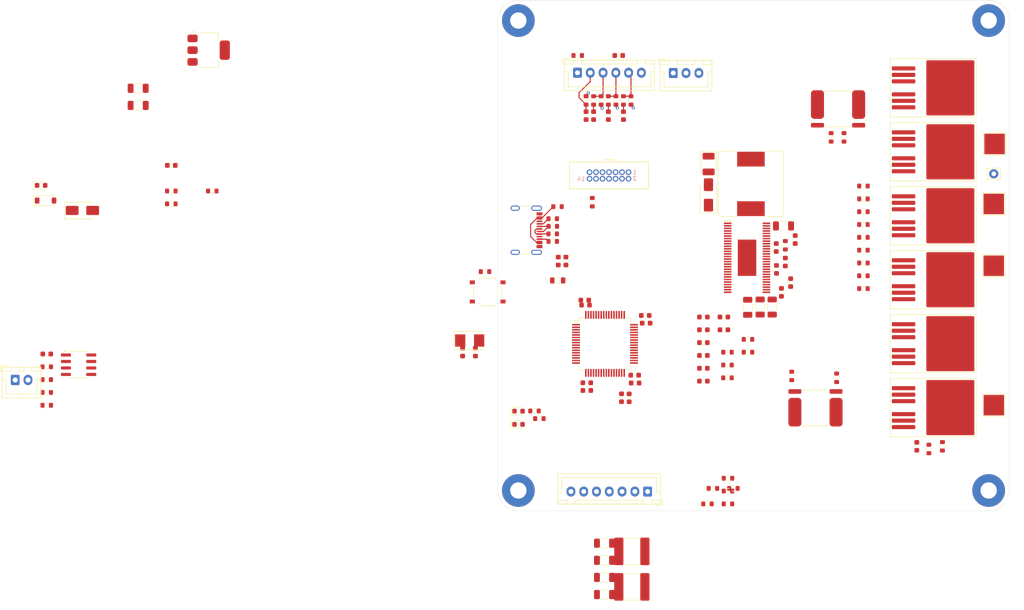
<source format=kicad_pcb>
(kicad_pcb (version 20240108) (generator "pcbnew") (generator_version "8.0")
  (layers (0 "F.Cu" signal) (1 "In1.Cu" signal) (2 "In2.Cu" signal) (31 "B.Cu" signal) (34 "B.Paste" user) (35 "F.Paste" user) (36 "B.SilkS" user "B.Silkscreen") (37 "F.SilkS" user "F.Silkscreen") (38 "B.Mask" user) (39 "F.Mask" user) (44 "Edge.Cuts" user))
  (net 0 "")
  (net 1 "/MCU/OSC_IN")
  (net 2 "GND")
  (net 3 "/MCU/OSC_OUT")
  (net 4 "+3V3")
  (net 5 "Net-(U1-VCAP_1)")
  (net 6 "Net-(U1-VCAP_2)")
  (net 7 "/MCU/3V3_REF")
  (net 8 "/MCU/AN_IN")
  (net 9 "/Filters/TEMP_IN")
  (net 10 "/Filters/HALL3_OUT")
  (net 11 "/Filters/HALL2_OUT")
  (net 12 "/Filters/HALL1_OUT")
  (net 13 "/MCU/ADC_TEMP")
  (net 14 "/MCU/SERVO")
  (net 18 "Net-(C25-Pad2)")
  (net 19 "Net-(C27-Pad2)")
  (net 21 "Vsupply")
  (net 22 "+5V")
  (net 23 "Net-(C39-Pad2)")
  (net 25 "/MOSFETdriver/H1_VS")
  (net 28 "/MOSFETdriver/H2_VS")
  (net 30 "/MOSFETdriver/H3_VS")
  (net 31 "Net-(C44-Pad2)")
  (net 32 "Net-(C44-Pad1)")
  (net 33 "Net-(C45-Pad1)")
  (net 34 "Net-(C45-Pad2)")
  (net 35 "V_SUPPLY")
  (net 36 "Net-(D1-A)")
  (net 37 "Net-(D2-A)")
  (net 38 "Net-(D3-A)")
  (net 39 "Net-(R28-Pad2)")
  (net 40 "/MCU/H3")
  (net 41 "/MCU/L1")
  (net 42 "/MOSFETdriver/M_H1")
  (net 43 "/MOSFETdriver/H3_LOW")
  (net 44 "/MOSFETdriver/M_L1")
  (net 45 "/MCU/BR_SO2")
  (net 47 "/MCU/BR_SO1")
  (net 48 "/MOSFETdriver/M_H2")
  (net 49 "/MCU/L2")
  (net 51 "/MCU/DC_CAL")
  (net 52 "/MCU/EN_GATE")
  (net 53 "/MCU/H1")
  (net 54 "/MCU/FAULT")
  (net 55 "/MCU/L3")
  (net 56 "/MOSFETdriver/H1_LOW")
  (net 57 "/MOSFETdriver/M_L3")
  (net 58 "/MOSFETdriver/M_L2")
  (net 59 "/MOSFETdriver/M_H3")
  (net 60 "/MCU/H2")
  (net 63 "/MCU/SWDIO")
  (net 65 "/MCU/NRST")
  (net 66 "/MCU/GNDDetect")
  (net 68 "/MCU/T_VCP_RX")
  (net 71 "/MCU/SWCLK")
  (net 72 "/MCU/T_VCP_TX")
  (net 73 "Net-(J2-VBUS-PadA4)")
  (net 76 "Net-(J2-CC1)")
  (net 77 "/USB_D-")
  (net 78 "/USB_D+")
  (net 83 "Net-(J2-CC2)")
  (net 84 "/CAN/CANH")
  (net 85 "/CAN/CANL")
  (net 86 "/Filters/HALL1_IN")
  (net 87 "/Filters/HALL3_IN")
  (net 88 "/Filters/HALL2_IN")
  (net 89 "/MCU/MISO_ADC_EXT2")
  (net 90 "/MCU/TX_SDA_NSS")
  (net 91 "/MCU/RX_SCL_MOSI")
  (net 92 "/MCU/SCK_ADC_EXT")
  (net 93 "Net-(J6-Pin_1)")
  (net 94 "Net-(Q1-G)")
  (net 95 "Net-(Q2-G)")
  (net 99 "Net-(Q3-G)")
  (net 101 "Net-(Q4-G)")
  (net 104 "Net-(Q5-G)")
  (net 107 "Net-(Q6-G)")
  (net 108 "/MCU/RESET")
  (net 109 "Net-(U1-BOOT0)")
  (net 110 "/MCU/USB_DM")
  (net 111 "/MCU/USB_DP")
  (net 112 "Net-(U2-S)")
  (net 113 "/CAN/CAN_TX")
  (net 114 "Net-(U2-TXD)")
  (net 115 "/CAN/CAN_RX")
  (net 116 "Net-(U2-RXD)")
  (net 117 "/MCU/LED_RED")
  (net 118 "/MCU/LED_GREEN")
  (net 119 "/MCU/SENS1")
  (net 120 "/MCU/SENS2")
  (net 121 "/MCU/SENS3")
  (net 122 "/MOSFETdriver/SH1_A")
  (net 123 "/MOSFETdriver/SH1_B")
  (net 124 "/MOSFETdriver/SH2_A")
  (net 125 "/MOSFETdriver/SH2_B")
  (footprint "Capacitor_SMD:C_0603_1608Metric" (layer "F.Cu") (at 129.0066 113.2332)
    (property "Reference" "C9" (hide yes))
    (property "Value" "0u1")
  )
  (footprint "Resistor_SMD:R_0603_1608Metric" (layer "F.Cu") (at 115.6126 60.8414 180)
    (property "Reference" "R26" (hide yes))
    (property "Value" "10R")
  )
  (footprint "Capacitor_SMD:C_0603_1608Metric" (layer "F.Cu") (at 140.1974 112.0338)
    (property "Reference" "C23" (hide yes))
    (property "Value" "120p")
  )
  (footprint "Capacitor_SMD:C_1206_3216Metric" (layer "F.Cu") (at 120.8532 159.6672)
    (property "Reference" "C30" (hide yes))
    (property "Value" "10u 50V")
  )
  (footprint "Resistor_SMD:R_0603_1608Metric" (layer "F.Cu") (at 44.135 87.37)
    (property "Reference" "R32" (hide yes))
    (property "Value" "1k")
  )
  (footprint "Resistor_SMD:R_0603_1608Metric" (layer "F.Cu") (at 110.7204 97.2312 180)
    (property "Reference" "R7" (hide yes))
    (property "Value" "5k1")
  )
  (footprint "Diode_SMD:D_SOD-123" (layer "F.Cu") (at 11.53 89.24)
    (property "Reference" "D5" (hide yes))
    (property "Value" "3.3V 123 (BZT52B3V3)")
  )
  (footprint "Connector_USB:USB_C_Receptacle_GCT_USB4105-xx-A_16P_TopMnt_Horizontal" (layer "F.Cu") (at 104.459 95.049 -90)
    (property "Reference" "J2" (hide yes))
    (property "Value" "USB_C_stm32")
  )
  (footprint "Capacitor_SMD:C_0603_1608Metric" (layer "F.Cu") (at 154.4484 98.4348 -90)
    (property "Reference" "C40" (hide yes))
    (property "Value" "220n")
  )
  (footprint "Capacitor_SMD:C_0603_1608Metric" (layer "F.Cu") (at 118.7196 72.6113 -90)
    (property "Reference" "C18" (hide yes))
    (property "Value" "4n7")
  )
  (footprint "MountingHole:MountingHole_3.2mm_M3_Pad" (layer "F.Cu") (at 104 146)
    (property "Reference" "H3" (hide yes))
    (property "Value" "MountingHole_Pad")
  )
  (footprint "Resistor_SMD:R_0603_1608Metric" (layer "F.Cu") (at 145.006742 143.6029)
    (property "Reference" "R35" (hide yes))
    (property "Value" "39k")
  )
  (footprint "Resistor_SMD:R_0603_1608Metric" (layer "F.Cu") (at 107.1626 130.429)
    (property "Reference" "R25" (hide yes))
    (property "Value" "1k")
  )
  (footprint "Resistor_SMD:R_0603_1608Metric" (layer "F.Cu") (at 166.2594 123.9342 -90)
    (property "Reference" "R39" (hide yes))
    (property "Value" "100R")
  )
  (footprint "Capacitor_SMD:C_0603_1608Metric" (layer "F.Cu") (at 156.2264 101.2666 -90)
    (property "Reference" "C42" (hide yes))
    (property "Value" "220n")
  )
  (footprint "Capacitor_SMD:C_0603_1608Metric" (layer "F.Cu") (at 144.2074 112.0338)
    (property "Reference" "C33" (hide yes))
    (property "Value" "6n8")
  )
  (footprint "Resistor_SMD:R_0603_1608Metric" (layer "F.Cu") (at 123.0884 69.6395 90)
    (property "Reference" "R16" (hide yes))
    (property "Value" "2k2")
  )
  (footprint "Resistor_SMD:R_0603_1608Metric" (layer "F.Cu") (at 11.7532 121.7854)
    (property "Reference" "R11" (hide yes))
    (property "Value" "120R")
  )
  (footprint "Resistor_SMD:R_0603_1608Metric" (layer "F.Cu") (at 145.006742 148.6229)
    (property "Reference" "R37" (hide yes))
    (property "Value" "39k")
  )
  (footprint "Resistor_SMD:R_0603_1608Metric" (layer "F.Cu") (at 171.5 96.438)
    (property "Reference" "R48" (hide yes))
    (property "Value" "4R7")
  )
  (footprint "Resistor_SMD:R_Shunt_Isabellenhuette_BVR4026" (layer "F.Cu") (at 166.5388 71.2932)
    (property "Reference" "R54" (hide yes))
    (property "Value" "SHUNT")
  )
  (footprint "Package_QFP:LQFP-64_10x10mm_P0.5mm" (layer "F.Cu") (at 120.9548 117.2972)
    (property "Reference" "U1" (hide yes))
    (property "Value" "STM32F405RGT6")
  )
  (footprint "Resistor_SMD:R_0603_1608Metric" (layer "F.Cu") (at 171.5 93.928)
    (property "Reference" "R47" (hide yes))
    (property "Value" "4R7")
  )
  (footprint "Resistor_SMD:R_0603_1608Metric" (layer "F.Cu") (at 118.7196 69.6395 -90)
    (property "Reference" "R19" (hide yes))
    (property "Value" "2k2")
  )
  (footprint "Capacitor_SMD:C_0603_1608Metric" (layer "F.Cu") (at 117.2464 72.6113 -90)
    (property "Reference" "C17" (hide yes))
    (property "Value" "4n7")
  )
  (footprint "Capacitor_SMD:C_0603_1608Metric" (layer "F.Cu") (at 181.9402 137.35 90)
    (property "Reference" "C21" (hide yes))
    (property "Value" "2u2")
  )
  (footprint "Capacitor_SMD:C_0603_1608Metric" (layer "F.Cu") (at 155.4644 107.2102 -90)
    (property "Reference" "C45" (hide yes))
    (property "Value" "2n2")
  )
  (footprint "Capacitor_SMD:C_0603_1608Metric" (layer "F.Cu") (at 140.1974 117.0538)
    (property "Reference" "C25" (hide yes))
    (property "Value" "2u2")
  )
  (footprint "Inductor_SMD:L_0805_2012Metric" (layer "F.Cu") (at 111.7092 104.8766 180)
    (property "Reference" "FB1" (hide yes))
    (property "Value" "GZ2012D601TF")
  )
  (footprint "MountingHole:MountingHole_3.2mm_M3_Pad" (layer "F.Cu") (at 196 54)
    (property "Reference" "H1" (hide yes))
    (property "Value" "MountingHole_Pad")
  )
  (footprint "Capacitor_SMD:C_0603_1608Metric" (layer "F.Cu") (at 116.9924 108.7374)
    (property "Reference" "C4" (hide yes))
    (property "Value" "10u 6V")
  )
  (footprint "Package_TO_SOT_SMD:SOT-223-3_TabPin2" (layer "F.Cu") (at 43.425 59.795)
    (property "Reference" "U3" (hide yes))
    (property "Value" "AMS1117-3.3")
  )
  (footprint "Capacitor_SMD:C_0603_1608Metric" (layer "F.Cu") (at 117.1448 109.7026)
    (property "Reference" "C8" (hide yes))
    (property "Value" "0u1")
  )
  (footprint "Resistor_SMD:R_0603_1608Metric" (layer "F.Cu") (at 148.917 116.4128)
    (property "Reference" "R33" (hide yes))
    (property "Value" "15k")
  )
  (footprint "TestPoint:TestPoint_Pad_4.0x4.0mm" (layer "F.Cu") (at 197.1548 78.1558)
    (property "Reference" "TP3" (hide yes))
    (property "Value" "P1")
  )
  (footprint "PCM_Package_TO_SOT_SMD_AKL:TO-263-6" (layer "F.Cu") (at 185.13 129.778)
    (property "Reference" "Q6" (hide yes))
    (property "Value" "IRFS7530-7P" (hide yes))
  )
  (footprint "Capacitor_SMD:C_0603_1608Metric" (layer "F.Cu") (at 157.2678 105.3052 -90)
    (property "Reference" "C44" (hide yes))
    (property "Value" "2n2")
  )
  (footprint "Connector_JST:JST_XH_B6B-XH-A_1x06_P2.50mm_Vertical" (layer "F.Cu") (at 115.5688 64.2111)
    (property "Reference" "J4" (hide yes))
    (property "Value" "HALL/Encoder")
  )
  (footprint "Package_SO:SOIC-8_3.9x4.9mm_P1.27mm" (layer "F.Cu") (at 17.9832 121.3754)
    (property "Reference" "U2" (hide yes))
    (property "Value" "TJA1051T-3")
  )
  (footprint "Connector_JST:JST_XH_B3B-XH-A_1x03_P2.50mm_Vertical" (layer "F.Cu") (at 134.3044 64.2704)
    (property "Reference" "J6" (hide yes))
    (property "Value" "SERVER")
  )
  (footprint "Capacitor_SMD:C_1206_3216Metric" (layer "F.Cu") (at 153.661 110.0804 -90)
    (property "Reference" "C47" (hide yes))
    (property "Value" "10u 50V")
  )
  (footprint "LED_SMD:LED_0603_1608Metric" (layer "F.Cu") (at 104.0356 133.0544)
    (property "Reference" "D2" (hide yes))
    (property "Value" "EMERALD LED")
  )
  (footprint "Capacitor_SMD:C_0603_1608Metric" (layer "F.Cu") (at 93.0956 118.9098 90)
    (property "Reference" "C1" (hide yes))
    (property "Value" "33p")
  )
  (footprint "Capacitor_SMD:C_0603_1608Metric" (layer "F.Cu") (at 36.115 82.35)
    (property "Reference" "C15" (hide yes))
    (property "Value" "100n")
  )
  (footprint "Resistor_SMD:R_0603_1608Metric" (layer "F.Cu") (at 121.6152 69.6395 -90)
    (property "Reference" "R20" (hide yes))
    (property "Value" "2k2")
  )
  (footprint "Capacitor_SMD:C_0603_1608Metric" (layer "F.Cu") (at 140.1974 122.0738)
    (property "Reference" "C27" (hide yes))
    (property "Value" "2u2")
  )
  (footprint "Capacitor_SMD:C_0603_1608Metric" (layer "F.Cu") (at 117.3988 126.4158)
    (property "Reference" "C7" (hide yes))
    (property "Value" "0u1")
  )
  (footprint "Capacitor_SMD:C_0603_1608Metric" (layer "F.Cu") (at 111.8108 101.079 90)
    (property "Reference" "C13" (hide yes))
    (property "Value" "10u 6V")
  )
  (footprint "Capacitor_SMD:C_0603_1608Metric" (layer "F.Cu") (at 121.6152 72.6113 -90)
    (property "Reference" "C19" (hide yes))
    (property "Value" "4n7")
  )
  (footprint "Capacitor_Tantalum_SMD:CP_EIA-3528-12_Kemet-T" (layer "F.Cu") (at 141.215 82.0896 -90)
    (property "Reference" "C46" (hide yes))
    (property "Value" "100u")
  )
  (footprint "nturt_kicad_lib_EP6:box_header_14P_pitch127" (layer "F.Cu") (at 125.5522 83.69205)
    (property "Reference" "J1" (hide yes))
    (property "Value" "STDC14")
  )
  (footprint "Resistor_SMD:R_0603_1608Metric" (layer "F.Cu") (at 157.471 123.5664 -90)
    (property "Reference" "R40" (hide yes))
    (property "Value" "100R")
  )
  (footprint "TestPoint:TestPoint_Pad_4.0x4.0mm" (layer "F.Cu") (at 197 89.9)
    (property "Reference" "TP2" (hide yes))
    (property "Value" "power-")
  )
  (footprint "Capacitor_SMD:C_1206_3216Metric" (layer "F.Cu") (at 120.8532 163.0172)
    (property "Reference" "C36" (hide yes))
    (property "Value" "10u 50V")
  )
  (footprint "Resistor_SMD:R_0603_1608Metric" (layer "F.Cu") (at 110.7204 92.7862 180)
    (property "Reference" "R6" (hide yes))
    (property "Value" "5k1")
  )
  (footprint "Capacitor_SMD:C_0603_1608Metric" (layer "F.Cu") (at 140.1974 124.5838)
    (property "Reference" "C28" (hide yes))
    (property "Value" "2u2")
  )
  (footprint "TestPoint:TestPoint_Pad_4.0x4.0mm" (layer "F.Cu") (at 197.0148 129.2954)
    (property "Reference" "TP5" (hide yes))
    (property "Value" "P3")
  )
  (footprint "PCM_Package_TO_SOT_SMD_AKL:TO-263-6" (layer "F.Cu") (at 185.13 92.218)
    (property "Reference" "Q3" (hide yes))
    (property "Value" "IRFS7530-7P" (hide yes))
  )
  (footprint "Capacitor_SMD:C_0603_1608Metric" (layer "F.Cu") (at 158.1568 96.8724 -90)
    (property "Reference" "C39" (hide yes))
    (property "Value" "100n")
  )
  (footprint "Resistor_SMD:R_0603_1608Metric" (layer "F.Cu") (at 126.0348 69.6395 90)
    (property "Reference" "R17" (hide yes))
    (property "Value" "2k2")
  )
  (footprint "Diode_SMD:D_SMA" (layer "F.Cu") (at 18.73 91.17)
    (property "Reference" "D4" (hide yes))
    (property "Value" "5.6V 1SMA5919A")
  )
  (footprint "Resistor_SMD:R_0603_1608Metric" (layer "F.Cu") (at 11.7532 124.2954)
    (property "Reference" "R12" (hide yes))
    (property "Value" "0R")
  )
  (footprint "PCM_Package_TO_SOT_SMD_AKL:TO-263-6" (layer "F.Cu") (at 185.13 117.258)
    (property "Reference" "Q5" (hide yes))
    (property "Value" "IRFS7530-7P" (hide yes))
  )
  (footprint "TestPoint:TestPoint_Pad_4.0x4.0mm" (layer "F.Cu") (at 197 102)
    (property "Reference" "TP4" (hide yes))
    (property "Value" "P2")
  )
  (footprint "Capacitor_SMD:C_0603_1608Metric" (layer "F.Cu") (at 126.8482 124.9588)
    (property "Reference" "C10" (hide yes))
    (property "Value" "0u1")
  )
  (footprint "Resistor_SMD:R_0603_1608Metric" (layer "F.Cu") (at 144.907 121.4328)
    (property "Reference" "R28" (hide yes))
    (property "Value" "18k")
  )
  (footprint "Capacitor_SMD:C_0603_1608Metric" (layer "F.Cu") (at 124.1806 127.8382 -90)
    (property "Reference" "C12" (hide yes))
    (property "Value" "2u2")
  )
  (footprint "Capacitor_SMD:C_0603_1608Metric" (layer "F.Cu") (at 113.3094 101.079 90)
    (property "Reference" "C14" (hide yes))
    (property "Value" "0u1")
  )
  (footprint "Capacitor_SMD:C_0603_1608Metric" (layer "F.Cu") (at 95.6056 118.9098 90)
    (property "Reference" "C2" (hide yes))
    (property "Value" "33p")
  )
  (footprint "Capacitor_SMD:C_1206_3216Metric" (layer "F.Cu") (at 155.8708 94.2054)
    (property "Reference" "C50" (hide yes))
    (property "Value" "10u 50V")
  )
  (footprint "Capacitor_SMD:C_1206_3216Metric" (layer "F.Cu") (at 120.8532 156.3172)
    (property "Reference" "C29" (hide yes))
    (property "Value" "10u 50V")
  )
  (footprint "Diode_SMD:D_SMA" (layer "F.Cu") (at 141.1896 88.1348 90)
    (property "Reference" "D7" (hide yes))
    (property "Value" "SS54")
  )
  (footprint "Capacitor_SMD:C_0603_1608Metric" (layer "F.Cu") (at 144.2074 114.5438)
    (property "Reference" "C34" (hide yes))
    (property "Value" "2u2")
  )
  (footprint "Resistor_SMD:R_0603_1608Metric" (layer "F.Cu") (at 146.069 145.5904)
    (property "Reference" "R38" (hide yes))
    (property "Value" "2k2")
  )
  (footprint "Resistor_SMD:R_0603_1608Metric" (layer "F.Cu") (at 165.192 76.8628 90)
    (property "Reference" "R41" (hide yes))
    (property "Value" "100R")
  )
  (footprint "Resistor_SMD:R_0603_1608Metric" (layer "F.Cu") (at 144.907 123.9428)
    (property "Reference" "R29" (hide yes))
    (property "Value" "220k")
  )
  (footprint "Resistor_SMD:R_0603_1608Metric" (layer "F.Cu") (at 144.907 118.9228)
    (property "Reference" "R27" (hide yes))
    (property "Value" "10k")
  )
  (footprint "Resistor_SMD:R_Shunt_Isabellenhuette_BVR4026" (layer "F.Cu") (at 162.1192 129.8148 180)
    (property "Reference" "R53" (hide yes))
    (property "Value" "SHUNT")
  )
  (footprint "Crystal:Crystal_SMD_5032-2Pin_5.0x3.2mm" (layer "F.Cu") (at 94.48 116.635)
    (property "Reference" "Y1" (hide yes))
    (property "Value" "8MHz X50328MSB2GI")
  )
  (footprint "Resistor_SMD:R_0603_1608Metric" (layer "F.Cu") (at 111.6602 90.424 180)
    (property "Reference" "R10" (hide yes))
    (property "Value" "0R")
  )
  (footprint "Capacitor_SMD:C_2220_5750Metric" (layer "F.Cu") (at 126.2026 164.8714)
    (property "Reference" "C38" (hide yes))
    (property "Value" "15u100V")
  )
  (footprint "Resistor_SMD:R_0603_1608Metric" (layer "F.Cu") (at 156.2264 97.99 -90)
    (property "Reference" "R44" (hide yes))
    (property "Value" "1M")
  )
  (footprint "Capacitor_SMD:C_2220_5750Metric" (layer "F.Cu") (at 126.2026 157.9214)
    (property "Reference" "C35" (hide yes))
    (property "Value" "15u100V")
  )
  (footprint "MountingHole:MountingHole_3.2mm_M3_Pad" (layer "F.Cu") (at 104 54)
    (property "Reference" "H2" (hide yes))
    (property "Value" "MountingHole_Pad")
  )
  (footprint "Capacitor_SMD:C_1206_3216Metric" (layer "F.Cu") (at 148.866 110.1312 -90)
    (property "Reference" "C49" (hide yes))
    (property "Value" "10u 50V")
  )
  (footprint "Resistor_SMD:R_0603_1608Metric" (layer "F.Cu") (at 167.702 76.8628 90)
    (property "Reference" "R42" (hide yes))
    (property "Value" "100R")
  )
  (footprint "Resistor_SMD:R_0603_1608Metric" (layer "F.Cu") (at 171.5 101.458)
    (property "Reference" "R50" (hide yes))
    (property "Value" "4R7")
  )
  (footprint "PCM_Package_TO_SOT_SMD_AKL:TO-263-6" (layer "F.Cu") (at 185.13 67.178)
    (property "Reference" "Q1" (hide yes))
    (property "Value" "IRFS7530-7P" (hide yes))
  )
  (footprint "Capacitor_SMD:C_0603_1608Metric" (layer "F.Cu") (at 128.8288 111.7346)
    (property "Reference" "C5" (hide yes))
    (property "Value" "10u 6V")
  )
  (footprint "Resistor_SMD:R_0603_1608Metric" (layer "F.Cu") (at 124.5616 69.6395 -90)
    (property "Reference" "R21" (hide yes))
    (property "Value" "2k2")
  )
  (footprint "Resistor_SMD:R_0603_1608Metric" (layer "F.Cu") (at 145.006742 146.1129)
    (property "Reference" "R36" (hide yes))
    (property "Value" "2k2")
  )
  (footprint "Resistor_SMD:R_0603_1608Metric" (layer "F.Cu") (at 108.1146 131.9276)
    (property "Reference" "R24" (hide yes))
    (property "Value" "1k")
  )
  (footprint "Capacitor_SMD:C_1206_3216Metric" (layer "F.Cu") (at 151.2988 110.0804 -90)
    (property "Reference" "C48" (hide yes))
    (property "Value" "10u 50V")
  )
  (footprint "Resistor_SMD:R_0603_1608Metric" (layer "F.Cu") (at 142.059 145.5904)
    (property "Reference" "R31" (hide yes))
    (property "Value" "2k2")
  )
  (footprint "Resistor_SMD:R_0603_1608Metric" (layer "F.Cu") (at 171.5 86.398)
    (property "Reference" "R43" (hide yes))
    (property "Value" "39k")
  )
  (footprint "Capacitor_SMD:C_1206_3216Metric" (layer "F.Cu") (at 29.635 70.61)
    (property "Reference" "C32" (hide yes))
    (property "Value" "47u 10V")
  )
  (footprint "LED_SMD:LED_0603_1608Metric" (layer "F.Cu") (at 104.0356 130.4644)
    (property "Reference" "D1" (hide yes))
    (property "Value" "RED LED")
  )
  (footprint "Resistor_SMD:R_0603_1608Metric" (layer "F.Cu") (at 171.5 91.418)
    (property "Reference" "R46" (hide yes))
    (property "Value" "4R7")
  )
  (footprint "PCM_Package_TO_SOT_SMD_AKL:TO-263-6" (layer "F.Cu") (at 185.13 79.698)
    (property "Reference" "Q2" (hide yes))
    (property "Value" "IRFS7530-7P" (hide yes))
  )
  (footprint "Capacitor_SMD:C_0603_1608Metric" (layer "F.Cu") (at 140.1974 119.5638)
    (property "Reference" "C26" (hide yes))
    (property "Value" "2u2")
  )
  (footprint "Resistor_SMD:R_0603_1608Metric" (layer "F.Cu") (at 171.5 88.908)
    (property "Reference" "R45" (hide yes))
    (property "Value" "4R7")
  )
  (footprint "Connector_Pin:Pin_D0.9mm_L10.0mm_W2.4mm_FlatFork" (layer "F.Cu") (at 197 84)
    (property "Reference" "TP1" (hide yes))
    (property "Value" "power+")
  )
  (footprint "Capacitor_SMD:C_0603_1608Metric" (layer "F.Cu") (at 123.6326 60.8414 180)
    (property "Reference" "C22" (hide yes))
    (property "Value" "100n")
  )
  (footprint "Capacitor_SMD:C_0603_1608Metric" (layer "F.Cu") (at 140.1974 114.5438)
    (property "Reference" "C24" (hide yes))
    (property "Value" "22n")
  )
  (footprint "MountingHole:MountingHole_3.2mm_M3_Pad" (layer "F.Cu") (at 196 146)
    (property "Reference" "H4" (hide yes))
    (property "Value" "MountingHole_Pad")
  )
  (footprint "Resistor_SMD:R_0603_1608Metric" (layer "F.Cu") (at 11.7532 126.8054)
    (property "Reference" "R13" (hide yes))
    (property "Value" "0R")
  )
  (footprint "Resistor_SMD:R_0603_1608Metric" (layer "F.Cu") (at 36.115 87.37)
    (property "Reference" "R4" (hide yes))
    (property "Value" "39k")
  )
  (footprint "Capacitor_SMD:C_0603_1608Metric" (layer "F.Cu") (at 125.6792 127.8506 -90)
    (property "Reference" "C11" (hide yes))
    (property "Value" "2u2")
  )
  (footprint "Resistor_SMD:R_0603_1608Metric" (layer "F.Cu") (at 11.7532 129.3154)
    (property "Reference" "R14" (hide yes))
    (property "Value" "0R")
  )
  (footprint "PCM_Package_TO_SOT_SMD_AKL:TO-263-6" (layer "F.Cu") (at 185.13 104.738)
    (property "Reference" "Q4" (hide yes))
    (property "Value" "IRFS7530-7P" (hide yes))
  )
  (footprint "Capacitor_SMD:C_0603_1608Metric" (layer "F.Cu") (at 124.5616 72.6113 -90)
    (property "Reference" "C20" (hide yes))
    (property "Value" "4n7")
  )
  (footprint "Resistor_SMD:R_0603_1608Metric" (layer "F.Cu") (at 110.7458 94.2848 180)
    (property "Reference" "R8" (hide yes))
    (property "Value" "10R")
  )
  (footprint "Connector_JST:JST_XH_B2B-XH-A_1x02_P2.50mm_Vertical" (layer "F.Cu") (at 5.5826 124.3556)
    (property "Reference" "J3" (hide yes))
    (property "Value" "CAN")
  )
  (footprint "Resistor_SMD:R_0603_1608Metric" (layer "F.Cu") (at 184.3024 137.8712 90)
    (property "Reference" "R22" (hide yes))
    (property "Value" "NTC10k")
  )
  (footprint "Resistor_SMD:R_0603_1608Metric" (layer "F.Cu") (at 110.7204 95.758 180)
    (property "Reference" "R9" (hide yes))
    (property "Value" "10R")
  )
  (footprint "Button_Switch_SMD:SW_Push_1P1T_XKB_TS-1187A" (layer "F.Cu") (at 98 107.125)
    (property "Reference" "SW1" (hide yes))
    (property "Value" "TS-1187A-B-A-B")
  )
  (footprint "Resistor_SMD:R_0603_1608Metric" (layer "F.Cu") (at 186.9602 137.35 90)
    (property "Reference" "R23" (hide yes))
    (property "Value" "10k")
  )
  (footprint "Capacitor_SMD:C_0603_1608Metric" (layer "F.Cu") (at 117.3858 124.9126)
    (property "Reference" "C3" (hide yes))
    (property "Value" "10u 6V")
  )
  (footprint "Resistor_SMD:R_0603_1608Metric" (layer "F.Cu") (at 171.5 106.478)
    (property "Reference" "R52" (hide yes))
    (property "Value" "39k")
  )
  (footprint "Capacitor_SMD:C_1206_3216Metric" (layer "F.Cu") (at 29.635 67.26)
    (property "Reference" "C31" (hide yes))
    (property "Value" "47u 10V")
  )
  (footprint "LED_SMD:LED_0603_1608Metric" (layer "F.Cu") (at 10.655 86.27)
    (property "Reference" "D3" (hide yes))
    (property "Value" "RED LED")
  )
  (footprint "Resistor_SMD:R_0603_1608Metric" (layer "F.Cu") (at 171.5 98.948)
    (property "Reference" "R49" (hide yes))
    (property "Value" "39k")
  )
  (footprint "Resistor_SMD:R_0603_1608Metric" (layer "F.Cu") (at 117.2464 69.6395 -90)
    (property "Reference" "R18" (hide yes))
    (property "Value" "10k")
  )
  (footprint "Inductor_SMD:L_Bourns_SRR1260" (layer "F.Cu") (at 149.4954 85.9758 90)
    (property "Reference" "L2" (hide yes))
    (property "Value" "22uH ?A ()")
  )
  (footprint "Resistor_SMD:R_0603_1608Metric" (layer "F.Cu") (at 148.917 118.9228)
    (property "Reference" "R34" (hide yes))
    (property "Value" "3k3")
  )
  (footprint "Resistor_SMD:R_0603_1608Metric" (layer "F.Cu") (at 140.996742 148.6229)
    (property "Reference" "R30" (hide yes))
    (property "Value" "39k")
  )
  (footprint "Capacitor_SMD:C_1206_3216Metric" (layer "F.Cu") (at 120.8532 166.3672)
    (property "Reference" "C37" (hide yes))
    (property "Value" "10u 50V")
  )
  (footprint "SamacSys_Parts_EP6:SOP50P810X120-57N" (layer "F.Cu") (at 148.7368 100.4376)
    (property "Reference" "IC1" (hide yes))
    (property "Value" "DRV8302DCA" (hide yes))
  )
  (footprint "Capacitor_SMD:C_0603_1608Metric" (layer "F.Cu") (at 126.759 123.4186)
    (property "Reference" "C6" (hide yes))
    (property "Value" "10u 6V")
  )
  (footprint "Resistor_SMD:R_0603_1608Metric" (layer "F.Cu") (at 97.4852 103.1494)
    (property "Reference" "R1" (hide yes))
    (property "Value" "100R")
  )
  (footprint "Capacitor_SMD:C_0603_1608Metric" (layer "F.Cu") (at 154.4992 102.7144 -90)
    (property "Reference" "C43" (hide yes))
    (property "Value" "220n")
  )
  (footprint "Connector_JST:JST_XH_B7B-XH-A_1x07_P2.50mm_Vertical" (layer "F.Cu") (at 129.2892 146.2024 180)
    (property "Reference" "J5" (hide yes))
    (property "Value" "PWR_COMM")
  )
  (footprint "Resistor_SMD:R_0603_1608Metric" (layer "F.Cu") (at 36.115 89.88)
    (property "Reference" "R5" (hide yes))
    (property "Value" "2k2")
  )
  (footprint "Resistor_SMD:R_0603_1608Metric" (layer "F.Cu") (at 171.5 103.968)
    (property "Reference" "R51" (hide yes))
    (property "Value" "4R7")
  )
  (footprint "Resistor_SMD:R_0603_1608Metric" (layer "F.Cu") (at 120.1928 69.6395 90)
    (property "Reference" "R15" (hide yes))
    (property "Value" "2k2")
  )
  (footprint "Resistor_SMD:R_0603_1608Metric" (layer "F.Cu") (at 118.4656 89.5604 90)
    (property "Reference" "R2" (hide yes))
    (property "Value" "10k")
  )
  (footprint "Capacitor_SMD:C_0603_1608Metric" (layer "F.Cu") (at 11.7532 119.2754)
    (property "Reference" "C16" (hide yes))
    (property "Value" "0u1")
  )
  (gr_line (start 100 146) (end 100 54) (stroke (width 0.05)) (layer "Edge.Cuts"))
  (gr_line (start 196 150) (end 104 150) (stroke (width 0.05)) (layer "Edge.Cuts"))
  (gr_arc (start 100 54) (mid 101.171573 51.171573) (end 104 50) (stroke (width 0.05)) (layer "Edge.Cuts"))
  (gr_arc (start 104 150) (mid 101.171573 148.828427) (end 100 146) (stroke (width 0.05)) (layer "Edge.Cuts"))
  (gr_line (start 104 50) (end 196 50) (stroke (width 0.05)) (layer "Edge.Cuts"))
  (gr_arc (start 200 146) (mid 198.828427 148.828427) (end 196 150) (stroke (width 0.05)) (layer "Edge.Cuts"))
  (gr_arc (start 196 50) (mid 198.828427 51.171573) (end 200 54) (stroke (width 0.05)) (layer "Edge.Cuts"))
  (gr_line (start 200 54) (end 200 146) (stroke (width 0.05)) (layer "Edge.Cuts"))
  (segment (start 120.1928 70.9603) (end 120.396 71.1635) (width 0.2) (layer "F.Cu") (net 4))
  (segment (start 123.0884 70.8333) (end 123.3678 71.1127) (width 0.2) (layer "F.Cu") (net 4))
  (segment (start 123.0884 70.4645) (end 123.0884 70.8333) (width 0.2) (layer "F.Cu") (net 4))
  (segment (start 117.2464 68.8145) (end 117.2464 68.5981) (width 0.2) (layer "F.Cu") (net 4))
  (segment (start 120.1928 70.4645) (end 120.1928 70.9603) (width 0.2) (layer "F.Cu") (net 4))
  (segment (start 126.0348 70.4645) (end 126.0348 70.6301) (width 0.2) (layer "F.Cu") (net 4))
  (segment (start 117.2464 68.5981) (end 117.6782 68.1663) (width 0.2) (layer "F.Cu") (net 4))
  (segment (start 126.0348 70.6301) (end 126.492 71.0873) (width 0.2) (layer "F.Cu") (net 4))
  (via (at 120.396 71.1635) (size 0.6) (drill 0.3) (layers "F.Cu" "B.Cu") (net 4))
  (via (at 123.3678 71.1127) (size 0.6) (drill 0.3) (layers "F.Cu" "B.Cu") (net 4))
  (via (at 117.6782 68.1663) (size 0.6) (drill 0.3) (layers "F.Cu" "B.Cu") (net 4))
  (via (at 126.492 71.0873) (size 0.6) (drill 0.3) (layers "F.Cu" "B.Cu") (net 4))
  (segment (start 117.2464 71.8363) (end 117.2464 70.4645) (width 0.2) (layer "F.Cu") (net 9))
  (segment (start 115.8748 69.0929) (end 117.2464 70.4645) (width 0.2) (layer "F.Cu") (net 9))
  (segment (start 118.0688 64.2111) (end 118.0688 65.9469) (width 0.2) (layer "F.Cu") (net 9))
  (segment (start 115.8748 68.1409) (end 115.8748 69.0929) (width 0.2) (layer "F.Cu") (net 9))
  (segment (start 118.0688 65.9469) (end 115.8748 68.1409) (width 0.2) (layer "F.Cu") (net 9))
  (segment (start 118.7196 71.8363) (end 118.7196 70.4645) (width 0.2) (layer "F.Cu") (net 10))
  (segment (start 121.6152 70.4645) (end 121.6152 71.8363) (width 0.2) (layer "F.Cu") (net 11))
  (segment (start 124.5616 70.4645) (end 124.5616 71.8363) (width 0.2) (layer "F.Cu") (net 12))
  (segment (start 107.564001 97.449) (end 106.4024 96.287399) (width 0.2) (layer "F.Cu") (net 73))
  (segment (start 110.8352 90.424) (end 108.6102 92.649) (width 0.2) (layer "F.Cu") (net 73))
  (segment (start 107.68159 92.649) (end 108.139 92.649) (width 0.2) (layer "F.Cu") (net 73))
  (segment (start 108.139 97.449) (end 107.564001 97.449) (width 0.2) (layer "F.Cu") (net 73))
  (segment (start 106.4024 93.92819) (end 107.68159 92.649) (width 0.2) (layer "F.Cu") (net 73))
  (segment (start 106.4024 96.287399) (end 106.4024 93.92819) (width 0.2) (layer "F.Cu") (net 73))
  (segment (start 108.6102 92.649) (end 108.139 92.649) (width 0.2) (layer "F.Cu") (net 73))
  (segment (start 108.8826 93.799) (end 109.8954 92.7862) (width 0.2) (layer "F.Cu") (net 76))
  (segment (start 108.139 93.799) (end 108.8826 93.799) (width 0.2) (layer "F.Cu") (net 76))
  (segment (start 108.9066 95.299) (end 108.139 95.299) (width 0.2) (layer "F.Cu") (net 77))
  (segment (start 108.1532 94.2848) (end 108.139 94.299) (width 0.2) (layer "F.Cu") (net 77))
  (segment (start 109.9208 94.2848) (end 108.1532 94.2848) (width 0.2) (layer "F.Cu") (net 77))
  (segment (start 109.9208 94.2848) (end 108.9066 95.299) (width 0.2) (layer "F.Cu") (net 77))
  (segment (start 109.8954 95.758) (end 108.18 95.758) (width 0.2) (layer "F.Cu") (net 78))
  (segment (start 107.53159 94.799) (end 108.139 94.799) (width 0.2) (layer "F.Cu") (net 78))
  (segment (start 108.18 95.758) (end 108.139 95.799) (width 0.2) (layer "F.Cu") (net 78))
  (segment (start 107.264 95.53141) (end 107.264 95.06659) (width 0.2) (layer "F.Cu") (net 78))
  (segment (start 107.53159 95.799) (end 107.264 95.53141) (width 0.2) (layer "F.Cu") (net 78))
  (segment (start 107.264 95.06659) (end 107.53159 94.799) (width 0.2) (layer "F.Cu") (net 78))
  (segment (start 108.139 95.799) (end 107.53159 95.799) (width 0.2) (layer "F.Cu") (net 78))
  (segment (start 108.139 96.799) (end 109.4632 96.799) (width 0.2) (layer "F.Cu") (net 83))
  (segment (start 109.4632 96.799) (end 109.8954 97.2312) (width 0.2) (layer "F.Cu") (net 83))
  (segment (start 124.5616 68.8145) (end 126.0348 68.8145) (width 0.2) (layer "F.Cu") (net 86))
  (segment (start 126.0348 68.8145) (end 126.0348 64.6771) (width 0.2) (layer "F.Cu") (net 86))
  (segment (start 126.0348 64.6771) (end 125.5688 64.2111) (width 0.2) (layer "F.Cu") (net 86))
  (segment (start 120.5688 68.4385) (end 120.1928 68.8145) (width 0.2) (layer "F.Cu") (net 87))
  (segment (start 120.5688 64.2111) (end 120.5688 68.4385) (width 0.2) (layer "F.Cu") (net 87))
  (segment (start 120.1928 68.8145) (end 118.7196 68.8145) (width 0.2) (layer "F.Cu") (net 87))
  (segment (start 121.6152 68.8145) (end 123.0884 68.8145) (width 0.2) (layer "F.Cu") (net 88))
  (segment (start 123.0884 68.8145) (end 123.0884 64.2307) (width 0.2) (layer "F.Cu") (net 88))
  (segment (start 123.0884 64.2307) (end 123.0688 64.2111) (width 0.2) (layer "F.Cu") (net 88))
)
</source>
